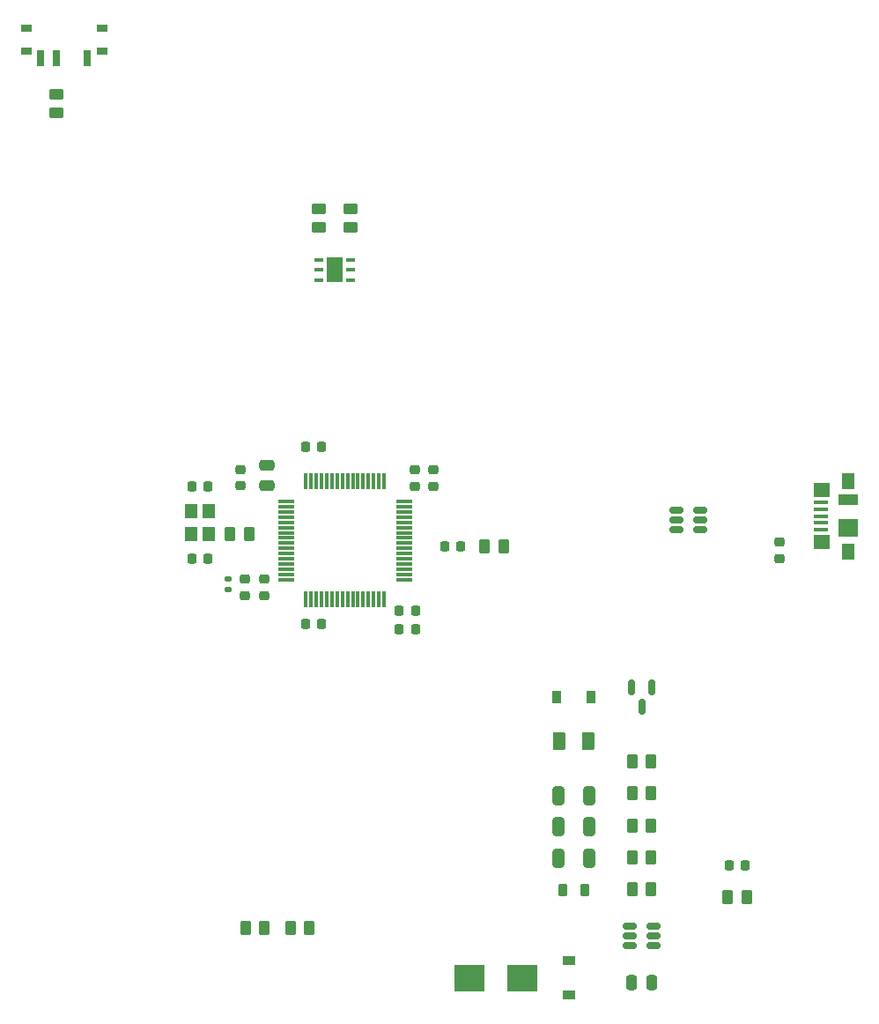
<source format=gbr>
%TF.GenerationSoftware,KiCad,Pcbnew,(6.0.11)*%
%TF.CreationDate,2023-04-03T14:35:14+03:00*%
%TF.ProjectId,STM32Custom,53544d33-3243-4757-9374-6f6d2e6b6963,rev?*%
%TF.SameCoordinates,Original*%
%TF.FileFunction,Paste,Top*%
%TF.FilePolarity,Positive*%
%FSLAX46Y46*%
G04 Gerber Fmt 4.6, Leading zero omitted, Abs format (unit mm)*
G04 Created by KiCad (PCBNEW (6.0.11)) date 2023-04-03 14:35:14*
%MOMM*%
%LPD*%
G01*
G04 APERTURE LIST*
G04 Aperture macros list*
%AMRoundRect*
0 Rectangle with rounded corners*
0 $1 Rounding radius*
0 $2 $3 $4 $5 $6 $7 $8 $9 X,Y pos of 4 corners*
0 Add a 4 corners polygon primitive as box body*
4,1,4,$2,$3,$4,$5,$6,$7,$8,$9,$2,$3,0*
0 Add four circle primitives for the rounded corners*
1,1,$1+$1,$2,$3*
1,1,$1+$1,$4,$5*
1,1,$1+$1,$6,$7*
1,1,$1+$1,$8,$9*
0 Add four rect primitives between the rounded corners*
20,1,$1+$1,$2,$3,$4,$5,0*
20,1,$1+$1,$4,$5,$6,$7,0*
20,1,$1+$1,$6,$7,$8,$9,0*
20,1,$1+$1,$8,$9,$2,$3,0*%
G04 Aperture macros list end*
%ADD10RoundRect,0.250000X0.262500X0.450000X-0.262500X0.450000X-0.262500X-0.450000X0.262500X-0.450000X0*%
%ADD11RoundRect,0.218750X0.218750X0.256250X-0.218750X0.256250X-0.218750X-0.256250X0.218750X-0.256250X0*%
%ADD12RoundRect,0.250000X-0.450000X0.262500X-0.450000X-0.262500X0.450000X-0.262500X0.450000X0.262500X0*%
%ADD13R,1.200000X1.400000*%
%ADD14RoundRect,0.250000X0.475000X-0.250000X0.475000X0.250000X-0.475000X0.250000X-0.475000X-0.250000X0*%
%ADD15RoundRect,0.225000X-0.225000X-0.250000X0.225000X-0.250000X0.225000X0.250000X-0.225000X0.250000X0*%
%ADD16R,2.900000X2.500000*%
%ADD17RoundRect,0.150000X0.512500X0.150000X-0.512500X0.150000X-0.512500X-0.150000X0.512500X-0.150000X0*%
%ADD18RoundRect,0.225000X0.250000X-0.225000X0.250000X0.225000X-0.250000X0.225000X-0.250000X-0.225000X0*%
%ADD19RoundRect,0.250000X-0.262500X-0.450000X0.262500X-0.450000X0.262500X0.450000X-0.262500X0.450000X0*%
%ADD20RoundRect,0.147500X0.172500X-0.147500X0.172500X0.147500X-0.172500X0.147500X-0.172500X-0.147500X0*%
%ADD21RoundRect,0.225000X0.225000X0.250000X-0.225000X0.250000X-0.225000X-0.250000X0.225000X-0.250000X0*%
%ADD22R,0.900000X1.200000*%
%ADD23R,1.000000X0.800000*%
%ADD24R,0.700000X1.500000*%
%ADD25R,1.200000X0.900000*%
%ADD26R,0.900000X0.400000*%
%ADD27R,1.500000X2.400000*%
%ADD28RoundRect,0.150000X-0.150000X0.587500X-0.150000X-0.587500X0.150000X-0.587500X0.150000X0.587500X0*%
%ADD29RoundRect,0.075000X-0.700000X-0.075000X0.700000X-0.075000X0.700000X0.075000X-0.700000X0.075000X0*%
%ADD30RoundRect,0.075000X-0.075000X-0.700000X0.075000X-0.700000X0.075000X0.700000X-0.075000X0.700000X0*%
%ADD31RoundRect,0.250000X0.325000X0.650000X-0.325000X0.650000X-0.325000X-0.650000X0.325000X-0.650000X0*%
%ADD32RoundRect,0.225000X-0.250000X0.225000X-0.250000X-0.225000X0.250000X-0.225000X0.250000X0.225000X0*%
%ADD33R,1.380000X0.450000*%
%ADD34R,1.300000X1.650000*%
%ADD35R,1.550000X1.425000*%
%ADD36R,1.900000X1.800000*%
%ADD37R,1.900000X1.000000*%
%ADD38RoundRect,0.250000X-0.250000X-0.475000X0.250000X-0.475000X0.250000X0.475000X-0.250000X0.475000X0*%
%ADD39RoundRect,0.250000X-0.375000X-0.625000X0.375000X-0.625000X0.375000X0.625000X-0.375000X0.625000X0*%
%ADD40RoundRect,0.218750X0.218750X0.381250X-0.218750X0.381250X-0.218750X-0.381250X0.218750X-0.381250X0*%
G04 APERTURE END LIST*
D10*
%TO.C,R12*%
X118050000Y-116250000D03*
X116225000Y-116250000D03*
%TD*%
D11*
%TO.C,D2*%
X159981500Y-110242000D03*
X158406500Y-110242000D03*
%TD*%
D12*
%TO.C,R8*%
X122025000Y-47087500D03*
X122025000Y-48912500D03*
%TD*%
D13*
%TO.C,Y1*%
X106675000Y-76150000D03*
X106675000Y-78350000D03*
X108375000Y-78350000D03*
X108375000Y-76150000D03*
%TD*%
D14*
%TO.C,C5*%
X113975000Y-73700000D03*
X113975000Y-71800000D03*
%TD*%
D15*
%TO.C,C13*%
X126700000Y-87500000D03*
X128250000Y-87500000D03*
%TD*%
D16*
%TO.C,L1*%
X138550000Y-121000000D03*
X133450000Y-121000000D03*
%TD*%
D12*
%TO.C,R9*%
X118925000Y-47087500D03*
X118925000Y-48912500D03*
%TD*%
D17*
%TO.C,U1*%
X151137500Y-117950000D03*
X151137500Y-117000000D03*
X151137500Y-116050000D03*
X148862500Y-116050000D03*
X148862500Y-117000000D03*
X148862500Y-117950000D03*
%TD*%
D18*
%TO.C,C14*%
X129975000Y-73775000D03*
X129975000Y-72225000D03*
%TD*%
D19*
%TO.C,R11*%
X111900000Y-116250000D03*
X113725000Y-116250000D03*
%TD*%
D15*
%TO.C,C7*%
X126700000Y-85700000D03*
X128250000Y-85700000D03*
%TD*%
D10*
%TO.C,R6*%
X150912500Y-109451250D03*
X149087500Y-109451250D03*
%TD*%
D12*
%TO.C,R10*%
X93725000Y-36087500D03*
X93725000Y-37912500D03*
%TD*%
D17*
%TO.C,U4*%
X155612500Y-77950000D03*
X155612500Y-77000000D03*
X155612500Y-76050000D03*
X153337500Y-76050000D03*
X153337500Y-77000000D03*
X153337500Y-77950000D03*
%TD*%
D20*
%TO.C,L2*%
X110235000Y-83695000D03*
X110235000Y-82725000D03*
%TD*%
D15*
%TO.C,C16*%
X106750000Y-73760000D03*
X108300000Y-73760000D03*
%TD*%
D21*
%TO.C,C6*%
X119250000Y-87000000D03*
X117700000Y-87000000D03*
%TD*%
D11*
%TO.C,D4*%
X132605000Y-79535000D03*
X131030000Y-79535000D03*
%TD*%
D19*
%TO.C,R2*%
X149062500Y-112530000D03*
X150887500Y-112530000D03*
%TD*%
%TO.C,R4*%
X158281500Y-113242000D03*
X160106500Y-113242000D03*
%TD*%
D22*
%TO.C,D1*%
X145125000Y-94000000D03*
X141825000Y-94000000D03*
%TD*%
D23*
%TO.C,SW1*%
X90825000Y-29770000D03*
X98125000Y-31980000D03*
X98125000Y-29770000D03*
X90825000Y-31980000D03*
D24*
X96725000Y-32630000D03*
X93725000Y-32630000D03*
X92225000Y-32630000D03*
%TD*%
D25*
%TO.C,D3*%
X143000000Y-119350000D03*
X143000000Y-122650000D03*
%TD*%
D21*
%TO.C,C17*%
X108300000Y-80740000D03*
X106750000Y-80740000D03*
%TD*%
D26*
%TO.C,U3*%
X118925000Y-52050000D03*
X118925000Y-53000000D03*
X118925000Y-53950000D03*
X122025000Y-53950000D03*
X122025000Y-53000000D03*
X122025000Y-52050000D03*
D27*
X120475000Y-53000000D03*
%TD*%
D18*
%TO.C,C8*%
X128175000Y-73775000D03*
X128175000Y-72225000D03*
%TD*%
D28*
%TO.C,Q1*%
X150950000Y-93062500D03*
X149050000Y-93062500D03*
X150000000Y-94937500D03*
%TD*%
D29*
%TO.C,U2*%
X115800000Y-75250000D03*
X115800000Y-75750000D03*
X115800000Y-76250000D03*
X115800000Y-76750000D03*
X115800000Y-77250000D03*
X115800000Y-77750000D03*
X115800000Y-78250000D03*
X115800000Y-78750000D03*
X115800000Y-79250000D03*
X115800000Y-79750000D03*
X115800000Y-80250000D03*
X115800000Y-80750000D03*
X115800000Y-81250000D03*
X115800000Y-81750000D03*
X115800000Y-82250000D03*
X115800000Y-82750000D03*
D30*
X117725000Y-84675000D03*
X118225000Y-84675000D03*
X118725000Y-84675000D03*
X119225000Y-84675000D03*
X119725000Y-84675000D03*
X120225000Y-84675000D03*
X120725000Y-84675000D03*
X121225000Y-84675000D03*
X121725000Y-84675000D03*
X122225000Y-84675000D03*
X122725000Y-84675000D03*
X123225000Y-84675000D03*
X123725000Y-84675000D03*
X124225000Y-84675000D03*
X124725000Y-84675000D03*
X125225000Y-84675000D03*
D29*
X127150000Y-82750000D03*
X127150000Y-82250000D03*
X127150000Y-81750000D03*
X127150000Y-81250000D03*
X127150000Y-80750000D03*
X127150000Y-80250000D03*
X127150000Y-79750000D03*
X127150000Y-79250000D03*
X127150000Y-78750000D03*
X127150000Y-78250000D03*
X127150000Y-77750000D03*
X127150000Y-77250000D03*
X127150000Y-76750000D03*
X127150000Y-76250000D03*
X127150000Y-75750000D03*
X127150000Y-75250000D03*
D30*
X125225000Y-73325000D03*
X124725000Y-73325000D03*
X124225000Y-73325000D03*
X123725000Y-73325000D03*
X123225000Y-73325000D03*
X122725000Y-73325000D03*
X122225000Y-73325000D03*
X121725000Y-73325000D03*
X121225000Y-73325000D03*
X120725000Y-73325000D03*
X120225000Y-73325000D03*
X119725000Y-73325000D03*
X119225000Y-73325000D03*
X118725000Y-73325000D03*
X118225000Y-73325000D03*
X117725000Y-73325000D03*
%TD*%
D19*
%TO.C,R5*%
X149087500Y-100215000D03*
X150912500Y-100215000D03*
%TD*%
%TO.C,R1*%
X149087500Y-106372500D03*
X150912500Y-106372500D03*
%TD*%
D31*
%TO.C,C2*%
X144950000Y-109500000D03*
X142000000Y-109500000D03*
%TD*%
D32*
%TO.C,C15*%
X163275000Y-79150000D03*
X163275000Y-80700000D03*
%TD*%
D10*
%TO.C,R13*%
X112237500Y-78350000D03*
X110412500Y-78350000D03*
%TD*%
D32*
%TO.C,C12*%
X113725000Y-82725000D03*
X113725000Y-84275000D03*
%TD*%
%TO.C,C11*%
X111850000Y-82725000D03*
X111850000Y-84275000D03*
%TD*%
D31*
%TO.C,C3*%
X144950000Y-106500000D03*
X142000000Y-106500000D03*
%TD*%
%TO.C,C4*%
X144950000Y-103500000D03*
X142000000Y-103500000D03*
%TD*%
D33*
%TO.C,J5*%
X167215000Y-77950000D03*
X167215000Y-77300000D03*
X167215000Y-76650000D03*
X167215000Y-76000000D03*
X167215000Y-75350000D03*
D34*
X169875000Y-73275000D03*
D35*
X167300000Y-79137500D03*
D34*
X169875000Y-80025000D03*
D36*
X169875000Y-77800000D03*
D35*
X167300000Y-74162500D03*
D37*
X169875000Y-75100000D03*
%TD*%
D38*
%TO.C,C1*%
X149047504Y-121430000D03*
X150947504Y-121430000D03*
%TD*%
D39*
%TO.C,F1*%
X142075000Y-98250000D03*
X144875000Y-98250000D03*
%TD*%
D40*
%TO.C,FB1*%
X144537500Y-112600000D03*
X142412500Y-112600000D03*
%TD*%
D10*
%TO.C,R7*%
X136730000Y-79535000D03*
X134905000Y-79535000D03*
%TD*%
%TO.C,R3*%
X150912500Y-103293750D03*
X149087500Y-103293750D03*
%TD*%
D18*
%TO.C,C10*%
X111465000Y-73700000D03*
X111465000Y-72150000D03*
%TD*%
D15*
%TO.C,C9*%
X117700000Y-70000000D03*
X119250000Y-70000000D03*
%TD*%
M02*

</source>
